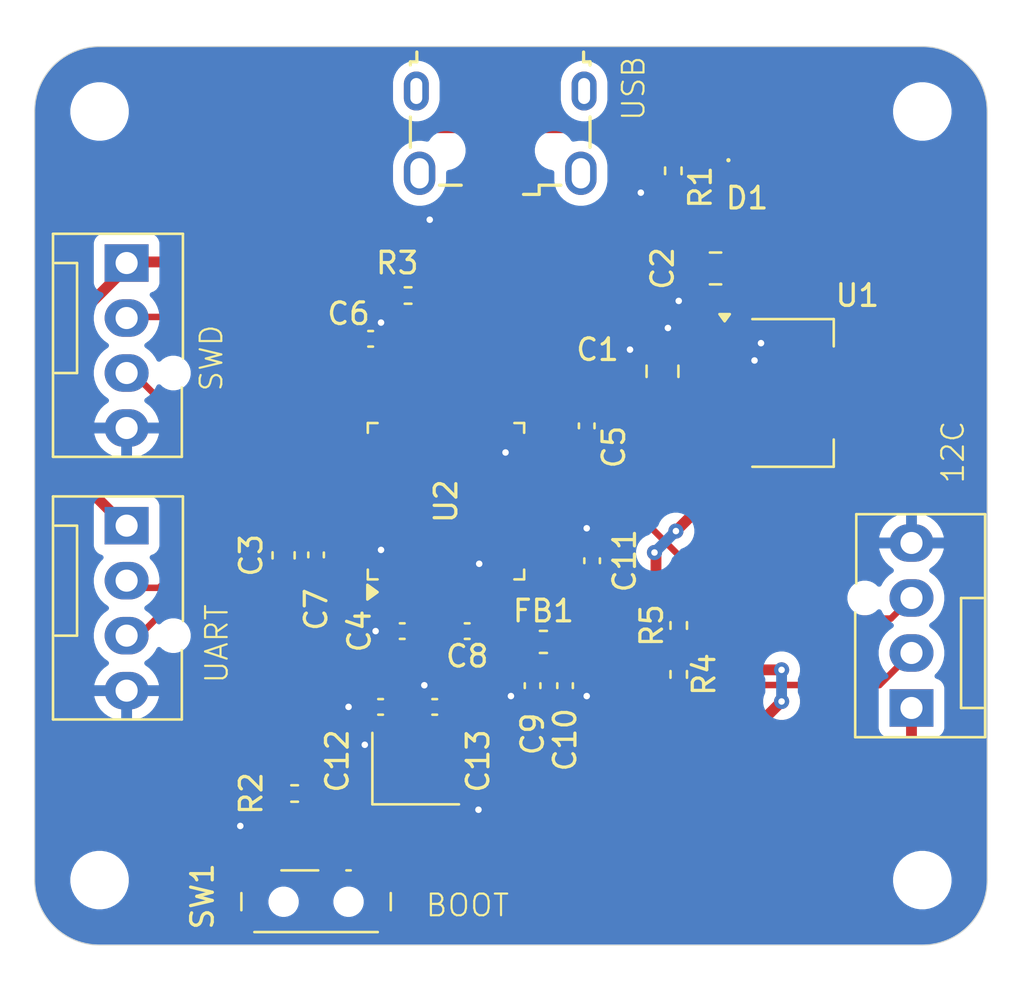
<source format=kicad_pcb>
(kicad_pcb (version 20241229) (generator "pcbnew") (generator_version "9.0")
  (layers (0 "F.Cu" signal) (2 "B.Cu" power) (13 "F.Paste" user) (15 "B.Paste" user) (5 "F.SilkS" user "F.Silkscreen") (7 "B.SilkS" user "B.Silkscreen") (1 "F.Mask" user) (3 "B.Mask" user) (25 "Edge.Cuts" user))
  (net 0 "")
  (net 1 "VBUS")
  (net 2 "GND")
  (net 3 "+3.3V")
  (net 4 "+3.3VA")
  (net 5 "/NRST")
  (net 6 "/HSE_IN ")
  (net 7 "/PWR_LED_K")
  (net 9 "/USB_D+")
  (net 10 "/USB_D-")
  (net 15 "/USART1_RX")
  (net 16 "/USART1_TX")
  (net 17 "/SWCLK")
  (net 18 "/SWDIO")
  (net 19 "/12C2_SCL")
  (net 20 "/12C2_SDA")
  (net 21 "/SW_BOOT0")
  (net 22 "/BOOT0")
  (net 50 "/HSE_OUT")
  (footprint "Resistor_SMD:R_0402_1005Metric" (layer "F.Cu") (at 117.75 42)
    (property "Reference" "R3" (at -0.5 -1.5 0) (layer "F.SilkS"))
    (property "Value" "1K5")
    (fp_line (start -0.153641 -0.38) (end 0.153641 -0.38) (stroke (width 0.12)) (layer "F.SilkS"))
    (fp_line (start -0.153641 0.38) (end 0.153641 0.38) (stroke (width 0.12)) (layer "F.SilkS"))
    (pad "1" smd roundrect (at -0.51 0) (size 0.54 0.64) (layers "F.Cu" "F.Mask" "F.Paste") (net 3 "+3.3V"))
    (pad "2" smd roundrect (at 0.51 0) (size 0.54 0.64) (layers "F.Cu" "F.Mask" "F.Paste") (net 9 "/USB_D+"))
  )
  (footprint "Resistor_SMD:R_0402_1005Metric" (layer "F.Cu") (at 130.25 57.24 90)
    (property "Reference" "R5" (at 0 -1.25 90) (layer "F.SilkS"))
    (property "Value" "1K5")
    (fp_line (start -0.153641 -0.38) (end 0.153641 -0.38) (stroke (width 0.12)) (layer "F.SilkS"))
    (fp_line (start -0.153641 0.38) (end 0.153641 0.38) (stroke (width 0.12)) (layer "F.SilkS"))
    (pad "1" smd roundrect (at -0.51 0 90) (size 0.54 0.64) (layers "F.Cu" "F.Mask" "F.Paste") (net 3 "+3.3V"))
    (pad "2" smd roundrect (at 0.51 0 90) (size 0.54 0.64) (layers "F.Cu" "F.Mask" "F.Paste") (net 20 "/12C2_SDA"))
  )
  (footprint "Connector:FanPinHeader_1x04_P2.54mm_Vertical" (layer "F.Cu") (at 141 61.05 90)
    (property "Reference" "J4")
    (property "Value" "Conn_01x04_Pin")
    (fp_line (start -1.35 -2.6) (end 4.4 -2.6) (stroke (width 0.12)) (layer "F.SilkS"))
    (fp_line (start 8.95 -2.55) (end 8.95 3.4) (stroke (width 0.12)) (layer "F.SilkS"))
    (fp_line (start 5.75 -2.55) (end 8.95 -2.55) (stroke (width 0.12)) (layer "F.SilkS"))
    (fp_line (start 5.08 2.29) (end 5.08 3.3) (stroke (width 0.12)) (layer "F.SilkS"))
    (fp_line (start 0 2.29) (end 5.08 2.29) (stroke (width 0.12)) (layer "F.SilkS"))
    (fp_line (start 0 3.3) (end 0 2.29) (stroke (width 0.12)) (layer "F.SilkS"))
    (fp_line (start 8.95 3.4) (end -1.35 3.4) (stroke (width 0.12)) (layer "F.SilkS"))
    (fp_line (start -1.35 3.4) (end -1.35 -2.6) (stroke (width 0.12)) (layer "F.SilkS"))
    (pad "" np_thru_hole circle (at 5.08 -2.16 180) (size 1.1 1.1) (drill 1.1) (layers "*.Cu" "*.Mask"))
    (pad "1" thru_hole rect (at 0 0 180) (size 2.03 1.73) (drill 1.02) (layers "*.Cu" "*.Mask") (net 3 "+3.3V"))
    (pad "2" thru_hole oval (at 2.54 0 180) (size 2.03 1.73) (drill 1.02) (layers "*.Cu" "*.Mask") (net 19 "/12C2_SCL"))
    (pad "3" thru_hole oval (at 5.08 0 180) (size 2.03 1.73) (drill 1.02) (layers "*.Cu" "*.Mask") (net 20 "/12C2_SDA"))
    (pad "4" thru_hole oval (at 7.62 0 180) (size 2.03 1.73) (drill 1.02) (layers "*.Cu" "*.Mask") (net 2 "GND"))
  )
  (footprint "Capacitor_SMD:C_0402_1005Metric" (layer "F.Cu") (at 125 60.02 -90)
    (property "Reference" "C10" (at 2.5 0 90) (layer "F.SilkS"))
    (property "Value" "1u" (hide yes))
    (fp_line (start -0.107836 0.36) (end 0.107836 0.36) (stroke (width 0.12)) (layer "F.SilkS"))
    (fp_line (start -0.107836 -0.36) (end 0.107836 -0.36) (stroke (width 0.12)) (layer "F.SilkS"))
    (pad "1" smd roundrect (at -0.48 0 270) (size 0.56 0.62) (layers "F.Cu" "F.Mask" "F.Paste") (net 3 "+3.3V"))
    (pad "2" smd roundrect (at 0.48 0 270) (size 0.56 0.62) (layers "F.Cu" "F.Mask" "F.Paste") (net 2 "GND"))
  )
  (footprint "Connector:FanPinHeader_1x04_P2.54mm_Vertical" (layer "F.Cu") (at 104.75 52.63 -90)
    (property "Reference" "J2")
    (property "Value" "Conn_01x04_Pin")
    (fp_line (start -1.35 3.4) (end -1.35 -2.6) (stroke (width 0.12)) (layer "F.SilkS"))
    (fp_line (start 8.95 3.4) (end -1.35 3.4) (stroke (width 0.12)) (layer "F.SilkS"))
    (fp_line (start 0 3.3) (end 0 2.29) (stroke (width 0.12)) (layer "F.SilkS"))
    (fp_line (start 0 2.29) (end 5.08 2.29) (stroke (width 0.12)) (layer "F.SilkS"))
    (fp_line (start 5.08 2.29) (end 5.08 3.3) (stroke (width 0.12)) (layer "F.SilkS"))
    (fp_line (start 5.75 -2.55) (end 8.95 -2.55) (stroke (width 0.12)) (layer "F.SilkS"))
    (fp_line (start 8.95 -2.55) (end 8.95 3.4) (stroke (width 0.12)) (layer "F.SilkS"))
    (fp_line (start -1.35 -2.6) (end 4.4 -2.6) (stroke (width 0.12)) (layer "F.SilkS"))
    (pad "" np_thru_hole circle (at 5.08 -2.16) (size 1.1 1.1) (drill 1.1) (layers "*.Cu" "*.Mask"))
    (pad "1" thru_hole rect (at 0 0) (size 2.03 1.73) (drill 1.02) (layers "*.Cu" "*.Mask") (net 3 "+3.3V"))
    (pad "2" thru_hole oval (at 2.54 0) (size 2.03 1.73) (drill 1.02) (layers "*.Cu" "*.Mask") (net 16 "/USART1_TX"))
    (pad "3" thru_hole oval (at 5.08 0) (size 2.03 1.73) (drill 1.02) (layers "*.Cu" "*.Mask") (net 15 "/USART1_RX"))
    (pad "4" thru_hole oval (at 7.62 0) (size 2.03 1.73) (drill 1.02) (layers "*.Cu" "*.Mask") (net 2 "GND"))
  )
  (footprint "MountingHole:MountingHole_2.2mm_M2" (layer "F.Cu") (at 141.5 33.5 90)
    (property "Reference" "H2")
    (property "Value" "MountingHole")
    (pad "" np_thru_hole circle (at 0 0 90) (size 2.2 2.2) (drill 2.2) (layers "*.Cu" "*.Mask"))
  )
  (footprint "Capacitor_SMD:C_0402_1005Metric" (layer "F.Cu") (at 116.02 44)
    (property "Reference" "C6" (at -1.02 -1.16 0) (layer "F.SilkS"))
    (property "Value" "100n" (hide yes))
    (fp_line (start -0.107836 -0.36) (end 0.107836 -0.36) (stroke (width 0.12)) (layer "F.SilkS"))
    (fp_line (start -0.107836 0.36) (end 0.107836 0.36) (stroke (width 0.12)) (layer "F.SilkS"))
    (pad "1" smd roundrect (at -0.48 0) (size 0.56 0.62) (layers "F.Cu" "F.Mask" "F.Paste") (net 3 "+3.3V"))
    (pad "2" smd roundrect (at 0.48 0) (size 0.56 0.62) (layers "F.Cu" "F.Mask" "F.Paste") (net 2 "GND"))
  )
  (footprint "LED_SMD:LED_0201_0603Metric" (layer "F.Cu") (at 133.405 35.75)
    (property "Reference" "D1" (at 0 1.75 0) (layer "F.SilkS"))
    (property "Value" "RED")
    (fp_circle (center -0.86 0) (end -0.81 0) (stroke (width 0.1)) (fill no) (layer "F.SilkS"))
    (pad "1" smd roundrect (at -0.32 0) (size 0.46 0.4) (layers "F.Cu" "F.Mask") (net 7 "/PWR_LED_K") (clearance 0.2))
    (pad "2" smd roundrect (at 0.32 0) (size 0.46 0.4) (layers "F.Cu" "F.Mask") (net 3 "+3.3V"))
  )
  (footprint "Connector_USB:USB_Micro-B_Wuerth_629105150521" (layer "F.Cu") (at 122.005 34.505 180)
    (property "Reference" "J1")
    (property "Value" "USB_B_Micro" (hide yes))
    (fp_line (start 4.15 3.3) (end 4.15 3.15) (stroke (width 0.15)) (layer "F.SilkS"))
    (fp_line (start 4.15 0.75) (end 4.15 -0.65) (stroke (width 0.15)) (layer "F.SilkS"))
    (fp_line (start 3.85 3.75) (end 3.85 3.3) (stroke (width 0.15)) (layer "F.SilkS"))
    (fp_line (start 3.85 3.3) (end 4.15 3.3) (stroke (width 0.15)) (layer "F.SilkS"))
    (fp_line (start 1.8 -2.4) (end 2.8 -2.4) (stroke (width 0.15)) (layer "F.SilkS"))
    (fp_line (start -1.075 -2.825) (end -1.8 -2.825) (stroke (width 0.15)) (layer "F.SilkS"))
    (fp_line (start -1.8 -2.4) (end -2.8 -2.4) (stroke (width 0.15)) (layer "F.SilkS"))
    (fp_line (start -1.8 -2.825) (end -1.8 -2.4) (stroke (width 0.15)) (layer "F.SilkS"))
    (fp_line (start -3.85 3.3) (end -3.85 3.75) (stroke (width 0.15)) (layer "F.SilkS"))
    (fp_line (start -4.15 3.3) (end -3.85 3.3) (stroke (width 0.15)) (layer "F.SilkS"))
    (fp_line (start -4.15 3.15) (end -4.15 3.3) (stroke (width 0.15)) (layer "F.SilkS"))
    (fp_line (start -4.15 -0.65) (end -4.15 0.75) (stroke (width 0.15)) (layer "F.SilkS"))
    (pad "" np_thru_hole oval (at -2.5 -0.8 180) (size 0.8 0.8) (drill 0.8) (layers "*.Cu" "*.Mask"))
    (pad "" np_thru_hole oval (at 2.5 -0.8 180) (size 0.8 0.8) (drill 0.8) (layers "*.Cu" "*.Mask"))
    (pad "1" smd rect (at -1.3 -1.9 180) (size 0.45 1.3) (layers "F.Cu" "F.Mask" "F.Paste") (net 1 "VBUS"))
    (pad "2" smd rect (at -0.65 -1.9 180) (size 0.45 1.3) (layers "F.Cu" "F.Mask" "F.Paste") (net 10 "/USB_D-"))
    (pad "3" smd rect (at 0 -1.9 180) (size 0.45 1.3) (layers "F.Cu" "F.Mask" "F.Paste") (net 9 "/USB_D+"))
    (pad "4" smd rect (at 0.65 -1.9 180) (size 0.45 1.3) (layers "F.Cu" "F.Mask" "F.Paste"))
    (pad "5" smd rect (at 1.3 -1.9 180) (size 0.45 1.3) (layers "F.Cu" "F.Mask" "F.Paste") (net 2 "GND"))
    (pad "6" thru_hole oval (at -3.875 1.95 180) (size 1.15 1.8) (drill oval 0.55 1.2) (property pad_prop_heatsink) (layers "*.Cu" "*.Mask"))
    (pad "6" thru_hole oval (at -3.725 -1.85 180) (size 1.45 2) (drill oval 0.85 1.4) (property pad_prop_heatsink) (layers "*.Cu" "*.Mask"))
    (pad "6" thru_hole oval (at 3.725 -1.85 180) (size 1.45 2) (drill oval 0.85 1.4) (property pad_prop_heatsink) (layers "*.Cu" "*.Mask"))
    (pad "6" thru_hole oval (at 3.875 1.95 180) (size 1.15 1.8) (drill oval 0.55 1.2) (property pad_prop_heatsink) (layers "*.Cu" "*.Mask"))
  )
  (footprint "Inductor_SMD:L_0603_1608Metric" (layer "F.Cu") (at 124 58)
    (property "Reference" "FB1" (at 0 -1.43 0) (layer "F.SilkS"))
    (property "Value" "120R" (hide yes))
    (fp_line (start -0.162779 -0.51) (end 0.162779 -0.51) (stroke (width 0.12)) (layer "F.SilkS"))
    (fp_line (start -0.162779 0.51) (end 0.162779 0.51) (stroke (width 0.12)) (layer "F.SilkS"))
    (pad "1" smd roundrect (at -0.7875 0) (size 0.875 0.95) (layers "F.Cu" "F.Mask" "F.Paste") (net 4 "+3.3VA"))
    (pad "2" smd roundrect (at 0.7875 0) (size 0.875 0.95) (layers "F.Cu" "F.Mask" "F.Paste") (net 3 "+3.3V"))
  )
  (footprint "Capacitor_SMD:C_0805_2012Metric" (layer "F.Cu") (at 129.5 45.5 90)
    (property "Reference" "C1" (at 1 -3 0) (layer "F.SilkS"))
    (property "Value" "22u")
    (fp_line (start -0.261252 -0.735) (end 0.261252 -0.735) (stroke (width 0.12)) (layer "F.SilkS"))
    (fp_line (start -0.261252 0.735) (end 0.261252 0.735) (stroke (width 0.12)) (layer "F.SilkS"))
    (pad "1" smd roundrect (at -0.95 0 90) (size 1 1.45) (layers "F.Cu" "F.Mask" "F.Paste") (net 1 "VBUS"))
    (pad "2" smd roundrect (at 0.95 0 90) (size 1 1.45) (layers "F.Cu" "F.Mask" "F.Paste") (net 2 "GND"))
  )
  (footprint "Package_TO_SOT_SMD:SOT-223-3_TabPin2" (layer "F.Cu") (at 135.5 46.5)
    (property "Reference" "U1" (at 3 -4.5 0) (layer "F.SilkS"))
    (property "Value" "AMS1117-3.3")
    (fp_line (start -1.85 -3.41) (end 1.91 -3.41) (stroke (width 0.12)) (layer "F.SilkS"))
    (fp_line (start -1.85 3.41) (end 1.91 3.41) (stroke (width 0.12)) (layer "F.SilkS"))
    (fp_line (start 1.91 -3.41) (end 1.91 -2.15) (stroke (width 0.12)) (layer "F.SilkS"))
    (fp_line (start 1.91 3.41) (end 1.91 2.15) (stroke (width 0.12)) (layer "F.SilkS"))
    (fp_poly (pts (xy -3.13 -3.31) (xy -3.37 -3.64) (xy -2.89 -3.64) (xy -3.13 -3.31)) (stroke (width 0.12)) (fill yes) (layer "F.SilkS"))
    (pad "1" smd roundrect (at -3.15 -2.3) (size 2 1.5) (layers "F.Cu" "F.Mask" "F.Paste") (net 2 "GND"))
    (pad "2" smd roundrect (at -3.15 0) (size 2 1.5) (layers "F.Cu" "F.Mask" "F.Paste") (net 3 "+3.3V"))
    (pad "2" smd roundrect (at 3.15 0) (size 2 3.8) (layers "F.Cu" "F.Mask" "F.Paste") (net 3 "+3.3V"))
    (pad "3" smd roundrect (at -3.15 2.3) (size 2 1.5) (layers "F.Cu" "F.Mask" "F.Paste") (net 1 "VBUS"))
  )
  (footprint "Package_QFP:LQFP-48_7x7mm_P0.5mm" (layer "F.Cu") (at 119.5 51.5 90)
    (property "Reference" "U2" (at 0 0 90) (layer "F.SilkS"))
    (property "Value" "STM32F103C8T6" (hide yes))
    (fp_line (start 3.61 -3.61) (end 3.61 -3.16) (stroke (width 0.12)) (layer "F.SilkS"))
    (fp_line (start 3.16 -3.61) (end 3.61 -3.61) (stroke (width 0.12)) (layer "F.SilkS"))
    (fp_line (start -3.16 -3.61) (end -3.61 -3.61) (stroke (width 0.12)) (layer "F.SilkS"))
    (fp_line (start -3.61 -3.61) (end -3.61 -3.16) (stroke (width 0.12)) (layer "F.SilkS"))
    (fp_line (start 3.61 3.61) (end 3.61 3.16) (stroke (width 0.12)) (layer "F.SilkS"))
    (fp_line (start 3.16 3.61) (end 3.61 3.61) (stroke (width 0.12)) (layer "F.SilkS"))
    (fp_line (start -3.16 3.61) (end -3.61 3.61) (stroke (width 0.12)) (layer "F.SilkS"))
    (fp_line (start -3.61 3.61) (end -3.61 3.16) (stroke (width 0.12)) (layer "F.SilkS"))
    (fp_poly (pts (xy -4.2 -3.16) (xy -4.54 -3.63) (xy -3.86 -3.63)) (stroke (width 0.12)) (fill yes) (layer "F.SilkS"))
    (pad "1" smd roundrect (at -4.1625 -2.75 90) (size 1.475 0.3) (layers "F.Cu" "F.Mask" "F.Paste") (net 3 "+3.3V"))
    (pad "2" smd roundrect (at -4.1625 -2.25 90) (size 1.475 0.3) (layers "F.Cu" "F.Mask" "F.Paste"))
    (pad "3" smd roundrect (at -4.1625 -1.75 90) (size 1.475 0.3) (layers "F.Cu" "F.Mask" "F.Paste"))
    (pad "4" smd roundrect (at -4.1625 -1.25 90) (size 1.475 0.3) (layers "F.Cu" "F.Mask" "F.Paste"))
    (pad "5" smd roundrect (at -4.1625 -0.75 90) (size 1.475 0.3) (layers "F.Cu" "F.Mask" "F.Paste") (net 6 "/HSE_IN "))
    (pad "6" smd roundrect (at -4.1625 -0.25 90) (size 1.475 0.3) (layers "F.Cu" "F.Mask" "F.Paste") (net 50 "/HSE_OUT"))
    (pad "7" smd roundrect (at -4.1625 0.25 90) (size 1.475 0.3) (layers "F.Cu" "F.Mask" "F.Paste") (net 5 "/NRST"))
    (pad "8" smd roundrect (at -4.1625 0.75 90) (size 1.475 0.3) (layers "F.Cu" "F.Mask" "F.Paste") (net 2 "GND"))
    (pad "9" smd roundrect (at -4.1625 1.25 90) (size 1.475 0.3) (layers "F.Cu" "F.Mask" "F.Paste") (net 4 "+3.3VA"))
    (pad "10" smd roundrect (at -4.1625 1.75 90) (size 1.475 0.3) (layers "F.Cu" "F.Mask" "F.Paste"))
    (pad "11" smd roundrect (at -4.1625 2.25 90) (size 1.475 0.3) (layers "F.Cu" "F.Mask" "F.Paste"))
    (pad "12" smd roundrect (at -4.1625 2.75 90) (size 1.475 0.3) (layers "F.Cu" "F.Mask" "F.Paste"))
    (pad "13" smd roundrect (at -2.75 4.1625 90) (size 0.3 1.475) (layers "F.Cu" "F.Mask" "F.Paste"))
    (pad "14" smd roundrect (at -2.25 4.1625 90) (size 0.3 1.475) (layers "F.Cu" "F.Mask" "F.Paste"))
    (pad "15" smd roundrect (at -1.75 4.1625 90) (size 0.3 1.475) (layers "F.Cu" "F.Mask" "F.Paste"))
    (pad "16" smd roundrect (at -1.25 4.1625 90) (size 0.3 1.475) (layers "F.Cu" "F.Mask" "F.Paste"))
    (pad "17" smd roundrect (at -0.75 4.1625 90) (size 0.3 1.475) (layers "F.Cu" "F.Mask" "F.Paste"))
    (pad "18" smd roundrect (at -0.25 4.1625 90) (size 0.3 1.475) (layers "F.Cu" "F.Mask" "F.Paste"))
    (pad "19" smd roundrect (at 0.25 4.1625 90) (size 0.3 1.475) (layers "F.Cu" "F.Mask" "F.Paste"))
    (pad "20" smd roundrect (at 0.75 4.1625 90) (size 0.3 1.475) (layers "F.Cu" "F.Mask" "F.Paste"))
    (pad "21" smd roundrect (at 1.25 4.1625 90) (size 0.3 1.475) (layers "F.Cu" "F.Mask" "F.Paste") (net 19 "/12C2_SCL"))
    (pad "22" smd roundrect (at 1.75 4.1625 90) (size 0.3 1.475) (layers "F.Cu" "F.Mask" "F.Paste") (net 20 "/12C2_SDA"))
    (pad "23" smd roundrect (at 2.25 4.1625 90) (size 0.3 1.475) (layers "F.Cu" "F.Mask" "F.Paste") (net 2 "GND"))
    (pad "24" smd roundrect (at 2.75 4.1625 90) (size 0.3 1.475) (layers "F.Cu" "F.Mask" "F.Paste") (net 3 "+3.3V"))
    (pad "25" smd roundrect (at 4.1625 2.75 90) (size 1.475 0.3) (layers "F.Cu" "F.Mask" "F.Paste"))
    (pad "26" smd roundrect (at 4.1625 2.25 90) (size 1.475 0.3) (layers "F.Cu" "F.Mask" "F.Paste"))
    (pad "27" smd roundrect (at 4.1625 1.75 90) (size 1.475 0.3) (layers "F.Cu" "F.Mask" "F.Paste"))
    (pad "28" smd roundrect (at 4.1625 1.25 90) (size 1.475 0.3) (layers "F.Cu" "F.Mask" "F.Paste"))
    (pad "29" smd roundrect (at 4.1625 0.75 90) (size 1.475 0.3) (layers "F.Cu" "F.Mask" "F.Paste"))
    (pad "30" smd roundrect (at 4.1625 0.25 90) (size 1.475 0.3) (layers "F.Cu" "F.Mask" "F.Paste"))
    (pad "31" smd roundrect (at 4.1625 -0.25 90) (size 1.475 0.3) (layers "F.Cu" "F.Mask" "F.Paste"))
    (pad "32" smd roundrect (at 4.1625 -0.75 90) (size 1.475 0.3) (layers "F.Cu" "F.Mask" "F.Paste") (net 10 "/USB_D-"))
    (pad "33" smd roundrect (at 4.1625 -1.25 90) (size 1.475 0.3) (layers "F.Cu" "F.Mask" "F.Paste") (net 9 "/USB_D+"))
    (pad "34" smd roundrect (at 4.1625 -1.75 90) (size 1.475 0.3) (layers "F.Cu" "F.Mask" "F.Paste") (net 18 "/SWDIO"))
    (pad "35" smd roundrect (at 4.1625 -2.25 90) (size 1.475 0.3) (layers "F.Cu" "F.Mask" "F.Paste") (net 2 "GND"))
    (pad "36" smd roundrect (at 4.1625 -2.75 90) (size 1.475 0.3) (layers "F.Cu" "F.Mask" "F.Paste") (net 3 "+3.3V"))
    (pad "37" smd roundrect (at 2.75 -4.1625 90) (size 0.3 1.475) (layers "F.Cu" "F.Mask" "F.Paste") (net 17 "/SWCLK"))
    (pad "38" smd roundrect (at 2.25 -4.1625 90) (size 0.3 1.475) (layers "F.Cu" "F.Mask" "F.Paste"))
    (pad "39" smd roundrect (at 1.75 -4.1625 90) (size 0.3 1.475) (layers "F.Cu" "F.Mask" "F.Paste"))
    (pad "40" smd roundrect (at 1.25 -4.1625 90) (size 0.3 1.475) (layers "F.Cu" "F.Mask" "F.Paste"))
    (pad "41" smd roundrect (at 0.75 -4.1625 90) (size 0.3 1.475) (layers "F.Cu" "F.Mask" "F.Paste"))
    (pad "42" smd roundrect (at 0.25 -4.1625 90) (size 0.3 1.475) (layers "F.Cu" "F.Mask" "F.Paste") (net 16 "/USART1_TX"))
    (pad "43" smd roundrect (at -0.25 -4.1625 90) (size 0.3 1.475) (layers "F.Cu" "F.Mask" "F.Paste") (net 15 "/USART1_RX"))
    (pad "44" smd roundrect (at -0.75 -4.1625 90) (size 0.3 1.475) (layers "F.Cu" "F.Mask" "F.Paste") (net 22 "/BOOT0"))
    (pad "45" smd roundrect (at -1.25 -4.1625 90) (size 0.3 1.475) (layers "F.Cu" "F.Mask" "F.Paste"))
    (pad "46" smd roundrect (at -1.75 -4.1625 90) (size 0.3 1.475) (layers "F.Cu" "F.Mask" "F.Paste"))
    (pad "47" smd roundrect (at -2.25 -4.1625 90) (size 0.3 1.475) (layers "F.Cu" "F.Mask" "F.Paste") (net 2 "GND"))
    (pad "48" smd roundrect (at -2.75 -4.1625 90) (size 0.3 1.475) (layers "F.Cu" "F.Mask" "F.Paste") (net 3 "+3.3V"))
  )
  (footprint "Capacitor_SMD:C_0402_1005Metric" (layer "F.Cu") (at 117.48 57.5 180)
    (property "Reference" "C4" (at 1.98 0 90) (layer "F.SilkS"))
    (property "Value" "100n" (hide yes))
    (fp_line (start -0.107836 0.36) (end 0.107836 0.36) (stroke (width 0.12)) (layer "F.SilkS"))
    (fp_line (start -0.107836 -0.36) (end 0.107836 -0.36) (stroke (width 0.12)) (layer "F.SilkS"))
    (pad "1" smd roundrect (at -0.48 0 180) (size 0.56 0.62) (layers "F.Cu" "F.Mask" "F.Paste") (net 3 "+3.3V"))
    (pad "2" smd roundrect (at 0.48 0 180) (size 0.56 0.62) (layers "F.Cu" "F.Mask" "F.Paste") (net 2 "GND"))
  )
  (footprint "Capacitor_SMD:C_0402_1005Metric" (layer "F.Cu") (at 126 48.02 -90)
    (property "Reference" "C5" (at 0.98 -1.25 90) (layer "F.SilkS"))
    (property "Value" "100n" (hide yes))
    (fp_line (start -0.107836 0.36) (end 0.107836 0.36) (stroke (width 0.12)) (layer "F.SilkS"))
    (fp_line (start -0.107836 -0.36) (end 0.107836 -0.36) (stroke (width 0.12)) (layer "F.SilkS"))
    (pad "1" smd roundrect (at -0.48 0 270) (size 0.56 0.62) (layers "F.Cu" "F.Mask" "F.Paste") (net 3 "+3.3V"))
    (pad "2" smd roundrect (at 0.48 0 270) (size 0.56 0.62) (layers "F.Cu" "F.Mask" "F.Paste") (net 2 "GND"))
  )
  (footprint "Resistor_SMD:R_0402_1005Metric" (layer "F.Cu") (at 130.25 59.5 -90)
    (property "Reference" "R4" (at 0 -1.17 90) (layer "F.SilkS"))
    (property "Value" "1K5")
    (fp_line (start -0.153641 0.38) (end 0.153641 0.38) (stroke (width 0.12)) (layer "F.SilkS"))
    (fp_line (start -0.153641 -0.38) (end 0.153641 -0.38) (stroke (width 0.12)) (layer "F.SilkS"))
    (pad "1" smd roundrect (at -0.51 0 270) (size 0.54 0.64) (layers "F.Cu" "F.Mask" "F.Paste") (net 3 "+3.3V"))
    (pad "2" smd roundrect (at 0.51 0 270) (size 0.54 0.64) (layers "F.Cu" "F.Mask" "F.Paste") (net 19 "/12C2_SCL"))
  )
  (footprint "Capacitor_SMD:C_0805_2012Metric" (layer "F.Cu") (at 131.95 40.75 180)
    (property "Reference" "C2" (at 2.45 0 90) (layer "F.SilkS"))
    (property "Value" "22u")
    (fp_line (start -0.261252 0.735) (end 0.261252 0.735) (stroke (width 0.12)) (layer "F.SilkS"))
    (fp_line (start -0.261252 -0.735) (end 0.261252 -0.735) (stroke (width 0.12)) (layer "F.SilkS"))
    (pad "1" smd roundrect (at -0.95 0 180) (size 1 1.45) (layers "F.Cu" "F.Mask" "F.Paste") (net 3 "+3.3V"))
    (pad "2" smd roundrect (at 0.95 0 180) (size 1 1.45) (layers "F.Cu" "F.Mask" "F.Paste") (net 2 "GND"))
  )
  (footprint "Capacitor_SMD:C_0603_1608Metric" (layer "F.Cu") (at 112 54 90)
    (property "Reference" "C3" (at 0 -1.5 90) (layer "F.SilkS"))
    (property "Value" "10u")
    (fp_line (start -0.14058 -0.51) (end 0.14058 -0.51) (stroke (width 0.12)) (layer "F.SilkS"))
    (fp_line (start -0.14058 0.51) (end 0.14058 0.51) (stroke (width 0.12)) (layer "F.SilkS"))
    (pad "1" smd roundrect (at -0.775 0 90) (size 0.9 0.95) (layers "F.Cu" "F.Mask" "F.Paste") (net 3 "+3.3V"))
    (pad "2" smd roundrect (at 0.775 0 90) (size 0.9 0.95) (layers "F.Cu" "F.Mask" "F.Paste") (net 2 "GND"))
  )
  (footprint "MountingHole:MountingHole_2.2mm_M2" (layer "F.Cu") (at 141.5 69 90)
    (property "Reference" "H1")
    (property "Value" "MountingHole")
    (pad "" np_thru_hole circle (at 0 0 90) (size 2.2 2.2) (drill 2.2) (layers "*.Cu" "*.Mask"))
  )
  (footprint "MountingHole:MountingHole_2.2mm_M2" (layer "F.Cu") (at 103.5 33.5 90)
    (property "Reference" "H3")
    (property "Value" "MountingHole")
    (pad "" np_thru_hole circle (at 0 0 90) (size 2.2 2.2) (drill 2.2) (layers "*.Cu" "*.Mask"))
  )
  (footprint "Resistor_SMD:R_0402_1005Metric" (layer "F.Cu") (at 130 36.24 -90)
    (property "Reference" "R1" (at 0.76 -1.25 90) (layer "F.SilkS"))
    (property "Value" "1K5")
    (fp_line (start -0.153641 0.38) (end 0.153641 0.38) (stroke (width 0.12)) (layer "F.SilkS"))
    (fp_line (start -0.153641 -0.38) (end 0.153641 -0.38) (stroke (width 0.12)) (layer "F.SilkS"))
    (pad "1" smd roundrect (at -0.51 0 270) (size 0.54 0.64) (layers "F.Cu" "F.Mask" "F.Paste") (net 7 "/PWR_LED_K"))
    (pad "2" smd roundrect (at 0.51 0 270) (size 0.54 0.64) (layers "F.Cu" "F.Mask" "F.Paste") (net 2 "GND"))
  )
  (footprint "Resistor_SMD:R_0402_1005Metric" (layer "F.Cu") (at 112.51 65 180)
    (property "Reference" "R2" (at 2.01 0 90) (layer "F.SilkS"))
    (property "Value" "10K")
    (fp_line (start -0.153641 0.38) (end 0.153641 0.38) (stroke (width 0.12)) (layer "F.SilkS"))
    (fp_line (start -0.153641 -0.38) (end 0.153641 -0.38) (stroke (width 0.12)) (layer "F.SilkS"))
    (pad "1" smd roundrect (at -0.51 0 180) (size 0.54 0.64) (layers "F.Cu" "F.Mask" "F.Paste") (net 21 "/SW_BOOT0"))
    (pad "2" smd roundrect (at 0.51 0 180) (size 0.54 0.64) (layers "F.Cu" "F.Mask" "F.Paste") (net 22 "/BOOT0"))
  )
  (footprint "Capacitor_SMD:C_0402_1005Metric" (layer "F.Cu") (at 113.5 53.98 90)
    (property "Reference" "C7" (at -2.52 0 90) (layer "F.SilkS"))
    (property "Value" "100n" (hide yes))
    (fp_line (start -0.107836 -0.36) (end 0.107836 -0.36) (stroke (width 0.12)) (layer "F.SilkS"))
    (fp_line (start -0.107836 0.36) (end 0.107836 0.36) (stroke (width 0.12)) (layer "F.SilkS"))
    (pad "1" smd roundrect (at -0.48 0 90) (size 0.56 0.62) (layers "F.Cu" "F.Mask" "F.Paste") (net 3 "+3.3V"))
    (pad "2" smd roundrect (at 0.48 0 90) (size 0.56 0.62) (layers "F.Cu" "F.Mask" "F.Paste") (net 2 "GND"))
  )
  (footprint "Button_Switch_SMD:SW_SPDT_PCM12" (layer "F.Cu") (at 113.5 69.67)
    (property "Reference" "SW1" (at -5.25 0.08 90) (layer "F.SilkS"))
    (property "Value" "SW_SPDT")
    (fp_line (start -3.45 -0.07) (end -3.45 0.72) (stroke (width 0.12)) (layer "F.SilkS"))
    (fp_line (start -2.85 1.73) (end 2.85 1.73) (stroke (width 0.12)) (layer "F.SilkS"))
    (fp_line (start -1.6 -1.12) (end 0.1 -1.12) (stroke (width 0.12)) (layer "F.SilkS"))
    (fp_line (start 1.4 -1.12) (end 1.6 -1.12) (stroke (width 0.12)) (layer "F.SilkS"))
    (fp_line (start 3.45 0.72) (end 3.45 -0.07) (stroke (width 0.12)) (layer "F.SilkS"))
    (pad "" smd rect (at -3.65 -0.78) (size 1 0.8) (layers "F.Cu" "F.Mask" "F.Paste"))
    (pad "" smd rect (at -3.65 1.43) (size 1 0.8) (layers "F.Cu" "F.Mask" "F.Paste"))
    (pad "" np_thru_hole circle (at -1.5 0.33) (size 0.9 0.9) (drill 0.9) (layers "*.Cu" "*.Mask"))
    (pad "" np_thru_hole circle (at 1.5 0.33) (size 0.9 0.9) (drill 0.9) (layers "*.Cu" "*.Mask"))
    (pad "" smd rect (at 3.65 -0.78) (size 1 0.8) (layers "F.Cu" "F.Mask" "F.Paste"))
    (pad "" smd rect (at 3.65 1.43) (size 1 0.8) (layers "F.Cu" "F.Mask" "F.Paste"))
    (pad "1" smd rect (at -2.25 -1.43) (size 0.7 1.5) (layers "F.Cu" "F.Mask" "F.Paste") (net 2 "GND"))
    (pad "2" smd rect (at 0.75 -1.43) (size 0.7 1.5) (layers "F.Cu" "F.Mask" "F.Paste") (net 21 "/SW_BOOT0"))
    (pad "3" smd rect (at 2.25 -1.43) (size 0.7 1.5) (layers "F.Cu" "F.Mask" "F.Paste") (net 3 "+3.3V"))
  )
  (footprint "Capacitor_SMD:C_0402_1005Metric" (layer "F.Cu") (at 120.48 57.5 180)
    (property "Reference" "C8" (at 0 -1.16 0) (layer "F.SilkS"))
    (property "Value" "10n" (hide yes))
    (fp_line (start -0.107836 0.36) (end 0.107836 0.36) (stroke (width 0.12)) (layer "F.SilkS"))
    (fp_line (start -0.107836 -0.36) (end 0.107836 -0.36) (stroke (width 0.12)) (layer "F.SilkS"))
    (pad "1" smd roundrect (at -0.48 0 180) (size 0.56 0.62) (layers "F.Cu" "F.Mask" "F.Paste") (net 4 "+3.3VA"))
    (pad "2" smd roundrect (at 0.48 0 180) (size 0.56 0.62) (layers "F.Cu" "F.Mask" "F.Paste") (net 2 "GND"))
  )
  (footprint "Capacitor_SMD:C_0402_1005Metric" (layer "F.Cu") (at 116.48 61 180)
    (property "Reference" "C12" (at 2 -2.5 90) (layer "F.SilkS"))
    (property "Value" "10P" (hide yes))
    (fp_line (start -0.107836 0.36) (end 0.107836 0.36) (stroke (width 0.12)) (layer "F.SilkS"))
    (fp_line (start -0.107836 -0.36) (end 0.107836 -0.36) (stroke (width 0.12)) (layer "F.SilkS"))
    (pad "1" smd roundrect (at -0.48 0 180) (size 0.56 0.62) (layers "F.Cu" "F.Mask" "F.Paste") (net 6 "/HSE_IN "))
    (pad "2" smd roundrect (at 0.48 0 180) (size 0.56 0.62) (layers "F.Cu" "F.Mask" "F.Paste") (net 2 "GND"))
  )
  (footprint "Capacitor_SMD:C_0402_1005Metric" (layer "F.Cu") (at 123.5 60.02 -90)
    (property "Reference" "C9" (at 2.23 0 90) (layer "F.SilkS"))
    (property "Value" "1u" (hide yes))
    (fp_line (start -0.107836 0.36) (end 0.107836 0.36) (stroke (width 0.12)) (layer "F.SilkS"))
    (fp_line (start -0.107836 -0.36) (end 0.107836 -0.36) (stroke (width 0.12)) (layer "F.SilkS"))
    (pad "1" smd roundrect (at -0.48 0 270) (size 0.56 0.62) (layers "F.Cu" "F.Mask" "F.Paste") (net 4 "+3.3VA"))
    (pad "2" smd roundrect (at 0.48 0 270) (size 0.56 0.62) (layers "F.Cu" "F.Mask" "F.Paste") (net 2 "GND"))
  )
  (footprint "Connector:FanPinHeader_1x04_P2.54mm_Vertical" (layer "F.Cu") (at 104.75 40.5 -90)
    (property "Reference" "J3")
    (property "Value" "Conn_01x04_Pin")
    (fp_line (start -1.35 3.4) (end -1.35 -2.6) (stroke (width 0.12)) (layer "F.SilkS"))
    (fp_line (start 8.95 3.4) (end -1.35 3.4) (stroke (width 0.12)) (layer "F.SilkS"))
    (fp_line (start 0 3.3) (end 0 2.29) (stroke (width 0.12)) (layer "F.SilkS"))
    (fp_line (start 0 2.29) (end 5.08 2.29) (stroke (width 0.12)) (layer "F.SilkS"))
    (fp_line (start 5.08 2.29) (end 5.08 3.3) (stroke (width 0.12)) (layer "F.SilkS"))
    (fp_line (start 5.75 -2.55) (end 8.95 -2.55) (stroke (width 0.12)) (layer "F.SilkS"))
    (fp_line (start 8.95 -2.55) (end 8.95 3.4) (stroke (width 0.12)) (layer "F.SilkS"))
    (fp_line (start -1.35 -2.6) (end 4.4 -2.6) (stroke (width 0.12)) (layer "F.SilkS"))
    (pad "" np_thru_hole circle (at 5.08 -2.16) (size 1.1 1.1) (drill 1.1) (layers "*.Cu" "*.Mask"))
    (pad "1" thru_hole rect (at 0 0) (size 2.03 1.73) (drill 1.02) (layers "*.Cu" "*.Mask") (net 3 "+3.3V"))
    (pad "2" thru_hole oval (at 2.54 0) (size 2.03 1.73) (drill 1.02) (layers "*.Cu" "*.Mask") (net 18 "/SWDIO"))
    (pad "3" thru_hole oval (at 5.08 0) (size 2.03 1.73) (drill 1.02) (layers "*.Cu" "*.Mask") (net 17 "/SWCLK"))
    (pad "4" thru_hole oval (at 7.62 0) (size 2.03 1.73) (drill 1.02) (layers "*.Cu" "*.Mask") (net 2 "GND"))
  )
  (footprint "Crystal:Crystal_SMD_3225-4Pin_3.2x2.5mm" (layer "F.Cu") (at 118.1 63.85)
    (property "Reference" "Y1" (hide yes))
    (property "Value" "16MHz" (hide yes))
    (fp_line (start -2 -1.65) (end -2 1.65) (stroke (width 0.12)) (layer "F.SilkS"))
    (fp_line (start -2 1.65) (end 2 1.65) (stroke (width 0.12)) (layer "F.SilkS"))
    (pad "1" smd rect (at -1.1 0.85) (size 1.4 1.2) (layers "F.Cu" "F.Mask" "F.Paste") (net 6 "/HSE_IN "))
    (pad "2" smd rect (at 1.1 0.85) (size 1.4 1.2) (layers "F.Cu" "F.Mask" "F.Paste") (net 2 "GND"))
    (pad "3" smd rect (at 1.1 -0.85) (size 1.4 1.2) (layers "F.Cu" "F.Mask" "F.Paste") (net 50 "/HSE_OUT"))
    (pad "4" smd rect (at -1.1 -0.85) (size 1.4 1.2) (layers "F.Cu" "F.Mask" "F.Paste") (net 2 "GND"))
  )
  (footprint "Capacitor_SMD:C_0402_1005Metric" (layer "F.Cu") (at 126.25 54.25 90)
    (property "Reference" "C11" (at 0 1.5 90) (layer "F.SilkS"))
    (property "Value" "100n")
    (fp_line (start -0.107836 -0.36) (end 0.107836 -0.36) (stroke (width 0.12)) (layer "F.SilkS"))
    (fp_line (start -0.107836 0.36) (end 0.107836 0.36) (stroke (width 0.12)) (layer "F.SilkS"))
    (pad "1" smd roundrect (at -0.48 0 90) (size 0.56 0.62) (layers "F.Cu" "F.Mask" "F.Paste") (net 5 "/NRST"))
    (pad "2" smd roundrect (at 0.48 0 90) (size 0.56 0.62) (layers "F.Cu" "F.Mask" "F.Paste") (net 2 "GND"))
  )
  (footprint "MountingHole:MountingHole_2.2mm_M2" (layer "F.Cu") (at 103.5 69 90)
    (property "Reference" "H4")
    (property "Value" "MountingHole")
    (pad "" np_thru_hole circle (at 0 0 90) (size 2.2 2.2) (drill 2.2) (layers "*.Cu" "*.Mask"))
  )
  (footprint "Capacitor_SMD:C_0402_1005Metric" (layer "F.Cu") (at 118.98 61 180)
    (property "Reference" "C13" (at -2 -2.5 90) (layer "F.SilkS"))
    (property "Value" "10P" (hide yes))
    (fp_line (start -0.107836 0.36) (end 0.107836 0.36) (stroke (width 0.12)) (layer "F.SilkS"))
    (fp_line (start -0.107836 -0.36) (end 0.107836 -0.36) (stroke (width 0.12)) (layer "F.SilkS"))
    (pad "1" smd roundrect (at -0.48 0 180) (size 0.56 0.62) (layers "F.Cu" "F.Mask" "F.Paste") (net 50 "/HSE_OUT"))
    (pad "2" smd roundrect (at 0.48 0 180) (size 0.56 0.62) (layers "F.Cu" "F.Mask" "F.Paste") (net 2 "GND"))
  )
  (gr_line (start 100.5 69) (end 100.5 33.5) (stroke (width 0.05)) (layer "Edge.Cuts"))
  (gr_line (start 144.5 69) (end 144.5 33.5) (stroke (width 0.05)) (layer "Edge.Cuts"))
  (gr_arc (start 144.5 69) (mid 143.62132 71.12132) (end 141.5 72) (stroke (width 0.05)) (layer "Edge.Cuts"))
  (gr_arc (start 100.5 33.5) (mid 101.37868 31.37868) (end 103.5 30.5) (stroke (width 0.05)) (layer "Edge.Cuts"))
  (gr_line (start 141.5 72) (end 103.5 72) (stroke (width 0.05)) (layer "Edge.Cuts"))
  (gr_arc (start 141.5 30.5) (mid 143.62132 31.37868) (end 144.5 33.5) (stroke (width 0.05)) (layer "Edge.Cuts"))
  (gr_arc (start 103.5 72) (mid 101.37868 71.12132) (end 100.5 69) (stroke (width 0.05)) (layer "Edge.Cuts"))
  (gr_line (start 141.5 30.5) (end 103.5 30.5) (stroke (width 0.05)) (layer "Edge.Cuts"))
  (gr_text "USB\n" (at 128.75 34 90) (layer "F.SilkS") (effects (font (size 1 1) (thickness 0.1)) (justify left bottom)))
  (gr_text "UART\n" (at 109.5 59.98 90) (layer "F.SilkS") (effects (font (size 1 1) (thickness 0.1)) (justify left bottom)))
  (gr_text "BOOT\n" (at 118.5 70.75 0) (layer "F.SilkS") (effects (font (size 1 1) (thickness 0.1)) (justify left bottom)))
  (gr_text "SWD\n" (at 109.25 46.5 90) (layer "F.SilkS") (effects (font (size 1 1) (thickness 0.1)) (justify left bottom)))
  (gr_text "12C\n" (at 143.5 50.75 90) (layer "F.SilkS") (effects (font (size 1 1) (thickness 0.1)) (justify left bottom)))
  (segment (start 116 63) (end 115.75 62.75) (width 0.5) (layer "F.Cu") (net 2))
  (segment (start 128.05 44.55) (end 128 44.5) (width 0.3) (layer "F.Cu") (net 2))
  (segment (start 120.25 54.5) (end 120.25 55.6625) (width 0.3) (layer "F.Cu") (net 2))
  (segment (start 116.5 44) (end 117.25 44.75) (width 0.3) (layer "F.Cu") (net 2))
  (segment (start 118.5 61) (end 118.5 60) (width 0.5) (layer "F.Cu") (net 2))
  (segment (start 129.5 44.55) (end 128.05 44.55) (width 0.3) (layer "F.Cu") (net 2))
  (segment (start 117 57.5) (end 116.25 57.5) (width 0.5) (layer "F.Cu") (net 2))
  (segment (start 131 40.75) (end 131 41.5) (width 0.3) (layer "F.Cu") (net 2))
  (segment (start 131 40.5) (end 130.95 40.5) (width 0.3) (layer "F.Cu") (net 2))
  (segment (start 120.25 55.6625) (end 120.25 57.25) (width 0.3) (layer "F.Cu") (net 2))
  (segment (start 113.75 53.75) (end 113.5 53.5) (width 0.3) (layer "F.Cu") (net 2))
  (segment (start 113.225 53.225) (end 113.5 53.5) (width 0.5) (layer "F.Cu") (net 2))
  (segment (start 131 41.5) (end 130.25 42.25) (width 0.3) (layer "F.Cu") (net 2))
  (segment (start 117.25 44.75) (end 117.25 47.3375) (width 0.3) (layer "F.Cu") (net 2))
  (segment (start 129.5 43.75) (end 129.75 43.5) (width 0.3) (layer "F.Cu") (net 2))
  (segment (start 115.3375 53.75) (end 113.75 53.75) (width 0.3) (layer "F.Cu") (net 2))
  (segment (start 120 38.5) (end 120.705 37.795) (width 0.3) (layer "F.Cu") (net 2))
  (segment (start 119.95 64.7) (end 121 65.75) (width 0.5) (layer "F.Cu") (net 2))
  (segment (start 118.75 38.5) (end 120 38.5) (width 0.3) (layer "F.Cu") (net 2))
  (segment (start 119.2 64.7) (end 119.95 64.7) (width 0.5) (layer "F.Cu") (net 2))
  (segment (start 111.25 68.24) (end 111.25 67.75) (width 0.3) (layer "F.Cu") (net 2))
  (segment (start 120.25 57.25) (end 120 57.5) (width 0.3) (layer "F.Cu") (net 2))
  (segment (start 116.5 44) (end 116.5 43.25) (width 0.3) (layer "F.Cu") (net 2))
  (segment (start 134.05 44.2) (end 132.35 44.2) (width 0.3) (layer "F.Cu") (net 2))
  (segment (start 112 53.225) (end 113.225 53.225) (width 0.5) (layer "F.Cu") (net 2))
  (segment (start 116 61) (end 115 61) (width 0.5) (layer "F.Cu") (net 2))
  (segment (start 121.034889 54.390637) (end 120.359363 54.390637) (width 0.3) (layer "F.Cu") (net 2))
  (segment (start 132.95 44.2) (end 133.75 45) (width 0.3) (layer "F.Cu") (net 2))
  (segment (start 125 60.5) (end 126 60.5) (width 0.3) (layer "F.Cu") (net 2))
  (segment (start 117 63) (end 116 63) (width 0.5) (layer "F.Cu") (net 2))
  (segment (start 129.5 44.55) (end 129.5 43.75) (width 0.3) (layer "F.Cu") (net 2))
  (segment (start 111.25 67.75) (end 110 66.5) (width 0.3) (layer "F.Cu") (net 2))
  (segment (start 126.25 53) (end 126 52.75) (width 0.3) (layer "F.Cu") (net 2))
  (segment (start 126.25 53.77) (end 126.25 53) (width 0.3) (layer "F.Cu") (net 2))
  (segment (start 115.3375 53.75) (end 116.5 53.75) (width 0.3) (layer "F.Cu") (net 2))
  (segment (start 123.5 60.5) (end 122.5 60.5) (width 0.3) (layer "F.Cu") (net 2))
  (segment (start 132.35 44.2) (end 132.95 44.2) (width 0.3) (layer "F.Cu") (net 2))
  (segment (start 125.25 49.25) (end 126 48.5) (width 0.3) (layer "F.Cu") (net 2))
  (segment (start 123.6625 49.25) (end 125.25 49.25) (width 0.3) (layer "F.Cu") (net 2))
  (segment (start 130 36.75) (end 129.5 37.25) (width 0.3) (layer "F.Cu") (net 2))
  (segment (start 120.705 37.795) (end 120.705 36.655) (width 0.3) (layer "F.Cu") (net 2))
  (segment (start 120.359363 54.390637) (end 120.25 54.5) (width 0.3) (layer "F.Cu") (net 2))
  (segment (start 129.5 37.25) (end 128.5 37.25) (width 0.3) (layer "F.Cu") (net 2))
  (segment (start 123.6625 49.25) (end 122.25 49.25) (width 0.3) (layer "F.Cu") (net 2))
  (via (at 115 61) (size 0.7) (drill 0.3) (layers "F.Cu" "B.Cu") (net 2))
  (via (at 128.5 37.25) (size 0.7) (drill 0.3) (layers "F.Cu" "B.Cu") (net 2))
  (via (at 126 52.75) (size 0.7) (drill 0.3) (layers "F.Cu" "B.Cu") (net 2))
  (via (at 121.034889 54.390637) (size 0.7) (drill 0.3) (layers "F.Cu" "B.Cu") (net 2))
  (via (at 130.25 42.25) (size 0.7) (drill 0.3) (layers "F.Cu" "B.Cu") (net 2))
  (via (at 122.5 60.5) (size 0.7) (drill 0.3) (layers "F.Cu" "B.Cu") (net 2))
  (via (at 118.75 38.5) (size 0.7) (drill 0.3) (layers "F.Cu" "B.Cu") (net 2))
  (via (at 116.25 57.5) (size 0.7) (drill 0.3) (layers "F.Cu" "B.Cu") (net 2))
  (via (at 110 66.5) (size 0.7) (drill 0.3) (layers "F.Cu" "B.Cu") (net 2))
  (via (at 134.05 44.2) (size 0.7) (drill 0.3) (layers "F.Cu" "B.Cu") (net 2))
  (via (at 126 60.5) (size 0.7) (drill 0.3) (layers "F.Cu" "B.Cu") (net 2))
  (via (at 115.75 62.75) (size 0.7) (drill 0.3) (layers "F.Cu" "B.Cu") (net 2))
  (via (at 116.5 43.25) (size 0.7) (drill 0.3) (layers "F.Cu" "B.Cu") (net 2))
  (via (at 129.75 43.5) (size 0.7) (drill 0.3) (layers "F.Cu" "B.Cu") (net 2))
  (via (at 133.75 45) (size 0.7) (drill 0.3) (layers "F.Cu" "B.Cu") (net 2))
  (via (at 128 44.5) (size 0.7) (drill 0.3) (layers "F.Cu" "B.Cu") (net 2))
  (via (at 122.25 49.25) (size 0.7) (drill 0.3) (layers "F.Cu" "B.Cu") (net 2))
  (via (at 121 65.75) (size 0.7) (drill 0.3) (layers "F.Cu" "B.Cu") (net 2))
  (via (at 116.5 53.75) (size 0.7) (drill 0.3) (layers "F.Cu" "B.Cu") (net 2))
  (via (at 118.5 60) (size 0.7) (drill 0.3) (layers "F.Cu" "B.Cu") (net 2))
  (segment (start 130.625 65.125) (end 132.625 63.125) (width 0.5) (layer "F.Cu") (net 3))
  (segment (start 115.54 44) (end 115.54 46.1275) (width 0.3) (layer "F.Cu") (net 3))
  (segment (start 124.8725 47.54) (end 126 47.54) (width 0.3) (layer "F.Cu") (net 3))
  (segment (start 141 51) (end 141 41) (width 0.5) (layer "F.Cu") (net 3))
  (segment (start 124.7875 58) (end 130.625 63.8375) (width 0.5) (layer "F.Cu") (net 3))
  (segment (start 116.998466 56.751) (end 116.75 56.502534) (width 0.3) (layer "F.Cu") (net 3))
  (segment (start 125 59.54) (end 125 58.2125) (width 0.5) (layer "F.Cu") (net 3))
  (segment (start 135 60.75) (end 132.625 63.125) (width 0.5) (layer "F.Cu") (net 3))
  (segment (start 117.96 57.5) (end 117.96 56.96) (width 0.3) (layer "F.Cu") (net 3))
  (segment (start 116.75 56.502534) (end 116.75 55.6625) (width 0.3) (layer "F.Cu") (net 3))
  (segment (start 117.24 42) (end 116.75 42) (width 0.5) (layer "F.Cu") (net 3))
  (segment (start 133.725 35.975) (end 135.7 37.95) (width 0.3) (layer "F.Cu") (net 3))
  (segment (start 130.25 58.99) (end 130.25 57.75) (width 0.5) (layer "F.Cu") (net 3))
  (segment (start 117.751 56.751) (end 116.998466 56.751) (width 0.3) (layer "F.Cu") (net 3))
  (segment (start 137 51) (end 141 51) (width 0.5) (layer "F.Cu") (net 3))
  (segment (start 141 41) (end 136.5 36.5) (width 0.5) (layer "F.Cu") (net 3))
  (segment (start 112.3375 55.6625) (end 112 56) (width 0.3) (layer "F.Cu") (net 3))
  (segment (start 115.723472 66.551) (end 129.199 66.551) (width 0.5) (layer "F.Cu") (net 3))
  (segment (start 117.96 56.96) (end 117.751 56.751) (width 0.3) (layer "F.Cu") (net 3))
  (segment (start 116.75 42) (end 116 41.25) (width 0.5) (layer "F.Cu") (net 3))
  (segment (start 112 56) (end 112 54.775) (width 0.5) (layer "F.Cu") (net 3))
  (segment (start 141 63.75) (end 133.25 63.75) (width 0.5) (layer "F.Cu") (net 3))
  (segment (start 136 35.25) (end 136.25 35.5) (width 0.5) (layer "F.Cu") (net 3))
  (segment (start 105 52.96) (end 102.25 50.21) (width 0.5) (layer "F.Cu") (net 3))
  (segment (start 129.200029 56.950029) (end 129.200029 53.799971) (width 0.5) (layer "F.Cu") (net 3))
  (segment (start 130.625 63.8375) (end 130.625 65.125) (width 0.5) (layer "F.Cu") (net 3))
  (segment (start 123.6625 48.75) (end 124.8725 47.54) (width 0.3) (layer "F.Cu") (net 3))
  (segment (start 129.200029 53.799971) (end 129.130025 53.869975) (width 0.5) (layer "F.Cu") (net 3))
  (segment (start 112 54.775) (end 113.185 54.775) (width 0.5) (layer "F.Cu") (net 3))
  (segment (start 115.54 44) (end 115.54 41.71) (width 0.3) (layer "F.Cu") (net 3))
  (segment (start 111 59) (end 112 58) (width 0.5) (layer "F.Cu") (net 3))
  (segment (start 116 41.25) (end 112.625 37.875) (width 0.5) (layer "F.Cu") (net 3))
  (segment (start 115.461236 66.288764) (end 115.723472 66.551) (width 0.5) (layer "F.Cu") (net 3))
  (segment (start 115.54 46.1275) (end 116.75 47.3375) (width 0.3) (layer "F.Cu") (net 3))
  (segment (start 115.54 41.71) (end 116 41.25) (width 0.3) (layer "F.Cu") (net 3))
  (segment (start 136.5 36.5) (end 136.5 35.75) (width 0.5) (layer "F.Cu") (net 3))
  (segment (start 102.25 50.21) (end 102.25 43.2) (width 0.5) (layer "F.Cu") (net 3))
  (segment (start 125 58.2125) (end 124.7875 58) (width 0.5) (layer "F.Cu") (net 3))
  (segment (start 112.625 37.875) (end 116.25 34.25) (width 0.5) (layer "F.Cu") (net 3))
  (segment (start 135 59.29) (end 130.55 59.29) (width 0.5) (layer "F.Cu") (net 3))
  (segment (start 110.05 40.45) (end 112.625 37.875) (width 0.5) (layer "F.Cu") (net 3))
  (segment (start 113.71 54.25) (end 113.5 54.46) (width 0.3) (layer "F.Cu") (net 3))
  (segment (start 112 58) (end 112 56) (width 0.5) (layer "F.Cu") (net 3))
  (segment (start 102.25 43.2) (end 105 40.45) (width 0.5) (layer "F.Cu") (net 3))
  (segment (start 130.55 59.29) (end 130.25 58.99) (width 0.5) (layer "F.Cu") (net 3))
  (segment (start 111.672472 62.5) (end 111 62.5) (width 0.5) (layer "F.Cu") (net 3))
  (segment (start 130.119975 52.880025) (end 131 52) (width 0.5) (layer "F.Cu") (net 3))
  (segment (start 127.29 47.54) (end 131.75 52) (width 0.5) (layer "F.Cu") (net 3))
  (segment (start 105 40.45) (end 110.05 40.45) (width 0.5) (layer "F.Cu") (net 3))
  (segment (start 136.25 35.5) (end 136.5 35.75) (width 0.5) (layer "F.Cu") (net 3))
  (segment (start 116.25 34.25) (end 135 34.25) (width 0.5) (layer "F.Cu") (net 3))
  (segment (start 116.75 55.6625) (end 112.3375 55.6625) (width 0.3) (layer "F.Cu") (net 3))
  (segment (start 115.461236 66.288764) (end 111.672472 62.5) (width 0.5) (layer "F.Cu") (net 3))
  (segment (start 136.5 37.15) (end 136.5 36.5) (width 0.5) (layer "F.Cu") (net 3))
  (segment (start 136 52) (end 137 51) (width 0.5) (layer "F.Cu") (net 3))
  (segment (start 131 52) (end 131.75 52) (width 0.5) (layer "F.Cu") (net 3))
  (segment (start 115.75 68.24) (end 115.75 66.577528) (width 0.5) (layer "F.Cu") (net 3))
  (segment (start 126 47.54) (end 127.29 47.54) (width 0.5) (layer "F.Cu") (net 3))
  (segment (start 130.25 57.75) (end 130 57.75) (width 0.5) (layer "F.Cu") (net 3))
  (segment (start 135.7 37.95) (end 136.5 37.15) (width 0.5) (layer "F.Cu") (net 3))
  (segment (start 113.185 54.775) (end 113.5 54.46) (width 0.5) (layer "F.Cu") (net 3))
  (segment (start 132.9 40.75) (end 135.7 37.95) (width 0.5) (layer "F.Cu") (net 3))
  (segment (start 131.75 52) (end 136 52) (width 0.5) (layer "F.Cu") (net 3))
  (segment (start 133.725 35.75) (end 133.725 35.975) (width 0.3) (layer "F.Cu") (net 3))
  (segment (start 133.25 63.75) (end 132.625 63.125) (width 0.5) (layer "F.Cu") (net 3))
  (segment (start 135 34.25) (end 136 35.25) (width 0.5) (layer "F.Cu") (net 3))
  (segment (start 129.199 66.551) (end 130.625 65.125) (width 0.5) (layer "F.Cu") (net 3))
  (segment (start 130 57.75) (end 129.200029 56.950029) (width 0.5) (layer "F.Cu") (net 3))
  (segment (start 115.3375 54.25) (end 113.71 54.25) (width 0.3) (layer "F.Cu") (net 3))
  (segment (start 141 61.05) (end 141 63.75) (width 0.5) (layer "F.Cu") (net 3))
  (segment (start 111 62.5) (end 111 59) (width 0.5) (layer "F.Cu") (net 3))
  (segment (start 115.75 66.577528) (end 115.461236 66.288764) (width 0.5) (layer "F.Cu") (net 3))
  (via (at 135 60.75) (size 0.7) (drill 0.3) (layers "F.Cu" "B.Cu") (net 3))
  (via (at 129.130025 53.869975) (size 0.7) (drill 0.3) (layers "F.Cu" "B.Cu") (net 3))
  (via (at 130.119975 52.880025) (size 0.7) (drill 0.3) (layers "F.Cu" "B.Cu") (net 3))
  (via (at 135 59.29) (size 0.7) (drill 0.3) (layers "F.Cu" "B.Cu") (net 3))
  (segment (start 129.130025 53.869975) (end 130.119975 52.880025) (width 0.5) (layer "B.Cu") (net 3))
  (segment (start 135 59.29) (end 135 60.75) (width 0.5) (layer "B.Cu") (net 3))
  (segment (start 120.75 55.6625) (end 120.75 57.29) (width 0.3) (layer "F.Cu") (net 4))
  (segment (start 123.04 59.54) (end 123.5 59.54) (width 0.3) (layer "F.Cu") (net 4))
  (segment (start 123.5 58.2875) (end 123.2125 58) (width 0.3) (layer "F.Cu") (net 4))
  (segment (start 120.75 57.29) (end 120.96 57.5) (width 0.3) (layer "F.Cu") (net 4))
  (segment (start 121 57.5) (end 123.04 59.54) (width 0.3) (layer "F.Cu") (net 4))
  (segment (start 120.96 57.5) (end 121 57.5) (width 0.3) (layer "F.Cu") (net 4))
  (segment (start 123.5 59.54) (end 123.5 58.2875) (width 0.3) (layer "F.Cu") (net 4))
  (segment (start 119.75 55.6625) (end 119.75 53.75) (width 0.3) (layer "F.Cu") (net 5))
  (segment (start 126.229 54.751) (end 126.25 54.73) (width 0.3) (layer "F.Cu") (net 5))
  (segment (start 120.5 53) (end 121 53) (width 0.3) (layer "F.Cu") (net 5))
  (segment (start 119.75 53.75) (end 120.5 53) (width 0.3) (layer "F.Cu") (net 5))
  (segment (start 121 53) (end 122.751 54.751) (width 0.3) (layer "F.Cu") (net 5))
  (segment (start 122.751 54.751) (end 126.229 54.751) (width 0.3) (layer "F.Cu") (net 5))
  (segment (start 116.96 59.54) (end 116.96 61) (width 0.3) (layer "F.Cu") (net 6))
  (segment (start 117 64.7) (end 117.05 64.75) (width 0.3) (layer "F.Cu") (net 6))
  (segment (start 118.051 62.091) (end 118.051 63.951) (width 0.3) (layer "F.Cu") (net 6))
  (segment (start 117.302 64.7) (end 117 64.7) (width 0.3) (layer "F.Cu") (net 6))
  (segment (start 116.96 61) (end 118.051 62.091) (width 0.3) (layer "F.Cu") (net 6))
  (segment (start 118.75 55.6625) (end 118.75 57.75) (width 0.3) (layer "F.Cu") (net 6))
  (segment (start 118.75 57.75) (end 116.96 59.54) (width 0.3) (layer "F.Cu") (net 6))
  (segment (start 118.051 63.951) (end 117.302 64.7) (width 0.3) (layer "F.Cu") (net 6))
  (segment (start 133.085 35.75) (end 130.02 35.75) (width 0.3) (layer "F.Cu") (net 7))
  (segment (start 130.02 35.75) (end 130 35.73) (width 0.3) (layer "F.Cu") (net 7))
  (segment (start 118.26 41.1) (end 122.005 37.355) (width 0.3) (layer "F.Cu") (net 9))
  (segment (start 118.26 41.1) (end 118.26 42) (width 0.3) (layer "F.Cu") (net 9))
  (segment (start 118.25 42.01) (end 118.26 42) (width 0.3) (layer "F.Cu") (net 9))
  (segment (start 122.005 37.355) (end 122.005 36.405) (width 0.3) (layer "F.Cu") (net 9))
  (segment (start 118.25 47.3375) (end 118.25 42.01) (width 0.3) (layer "F.Cu") (net 9))
  (segment (start 118.725 46.206249) (end 118.725 41.398368) (width 0.2) (layer "F.Cu") (net 10))
  (segment (start 122.531 37.592368) (end 122.531 36.779) (width 0.2) (layer "F.Cu") (net 10))
  (segment (start 118.75 47.3375) (end 118.75 46.231249) (width 0.2) (layer "F.Cu") (net 10))
  (segment (start 118.75 46.231249) (end 118.725 46.206249) (width 0.2) (layer "F.Cu") (net 10))
  (segment (start 118.725 41.398368) (end 122.531 37.592368) (width 0.2) (layer "F.Cu") (net 10))
  (segment (start 122.531 36.779) (end 122.655 36.655) (width 0.2) (layer "F.Cu") (net 10))
  (segment (start 109.25 53.79) (end 105 58.04) (width 0.3) (layer "F.Cu") (net 15))
  (segment (start 109.25 51.75) (end 109.25 53.79) (width 0.3) (layer "F.Cu") (net 15))
  (segment (start 115.3375 51.75) (end 109.25 51.75) (width 0.3) (layer "F.Cu") (net 15))
  (segment (start 109 51.25) (end 108.75 51.5) (width 0.3) (layer "F.Cu") (net 16))
  (segment (start 108.75 53) (end 106.25 55.5) (width 0.3) (layer "F.Cu") (net 16))
  (segment (start 106.25 55.5) (end 105 55.5) (width 0.3) (layer "F.Cu") (net 16))
  (segment (start 108.75 51.5) (end 108.75 53) (width 0.3) (layer "F.Cu") (net 16))
  (segment (start 115.3375 51.25) (end 109 51.25) (width 0.3) (layer "F.Cu") (net 16))
  (segment (start 115.3375 48.75) (end 108.22 48.75) (width 0.3) (layer "F.Cu") (net 17))
  (segment (start 108.22 48.75) (end 105 45.53) (width 0.3) (layer "F.Cu") (net 17))
  (segment (start 110.919534 42.99) (end 105 42.99) (width 0.3) (layer "F.Cu") (net 18))
  (segment (start 117.75 48.75) (end 116.679534 48.75) (width 0.3) (layer "F.Cu") (net 18))
  (segment (start 117.75 47.3375) (end 117.75 48.75) (width 0.3) (layer "F.Cu") (net 18))
  (segment (start 116.679534 48.75) (end 110.919534 42.99) (width 0.3) (layer "F.Cu") (net 18))
  (segment (start 125.5 50.25) (end 127.75 52.5) (width 0.3) (layer "F.Cu") (net 19))
  (segment (start 139.52 59.99) (end 141 58.51) (width 0.3) (layer "F.Cu") (net 19))
  (segment (start 127.75 52.5) (end 127.75 57.49) (width 0.3) (layer "F.Cu") (net 19))
  (segment (start 123.6625 50.25) (end 125.5 50.25) (width 0.3) (layer "F.Cu") (net 19))
  (segment (start 127.75 57.49) (end 130.25 59.99) (width 0.3) (layer "F.Cu") (net 19))
  (segment (start 130.25 59.99) (end 139.52 59.99) (width 0.3) (layer "F.Cu") (net 19))
  (segment (start 130.25 56.73) (end 130.441 56.921) (width 0.3) (layer "F.Cu") (net 20))
  (segment (start 130.25 54) (end 130.25 56.73) (width 0.3) (layer "F.Cu") (net 20))
  (segment (start 123.6625 49.75) (end 126 49.75) (width 0.3) (layer "F.Cu") (net 20))
  (segment (start 140.049 56.921) (end 141 55.97) (width 0.3) (layer "F.Cu") (net 20))
  (segment (start 130.441 56.921) (end 140.049 56.921) (width 0.3) (layer "F.Cu") (net 20))
  (segment (start 126 49.75) (end 130.25 54) (width 0.3) (layer "F.Cu") (net 20))
  (segment (start 114.25 68.24) (end 113.02 67.01) (width 0.3) (layer "F.Cu") (net 21))
  (segment (start 113.02 67.01) (end 113.02 65) (width 0.3) (layer "F.Cu") (net 21))
  (segment (start 110.75 52.25) (end 110.25 52.75) (width 0.3) (layer "F.Cu") (net 22))
  (segment (start 112 64.5) (end 112 65) (width 0.3) (layer "F.Cu") (net 22))
  (segment (start 115.3375 52.25) (end 110.75 52.25) (width 0.3) (layer "F.Cu") (net 22))
  (segment (start 110.25 62.75) (end 112 64.5) (width 0.3) (layer "F.Cu") (net 22))
  (segment (start 110.25 52.75) (end 110.25 62.75) (width 0.3) (layer "F.Cu") (net 22))
  (segment (start 119.46 59.46) (end 119.46 61) (width 0.3) (layer "F.Cu") (net 50))
  (segment (start 119.25 59.25) (end 119.46 59.46) (width 0.3) (layer "F.Cu") (net 50))
  (segment (start 119.25 55.6625) (end 119.25 59.25) (width 0.3) (layer "F.Cu") (net 50))
  (segment (start 119.2 63) (end 119.2 61.26) (width 0.3) (layer "F.Cu") (net 50))
  (segment (start 119.2 61.26) (end 119.46 61) (width 0.3) (layer "F.Cu") (net 50))
  (zone (net 1) (net_name "VBUS") (layer "F.Cu") (priority 2) (connect_pads yes (clearance 0.3)) (min_thickness 0.25) (fill yes (thermal_gap 0.5) (thermal_bridge_width 0.5))
    (polygon (pts (xy 123 35.75) (xy 123.75 35.75) (xy 123.75 45.75) (xy 130.75 45.75) (xy 130.75 47.75) (xy 133.5 47.75) (xy 133.5 50) (xy 130.75 50) (xy 128 46.5) (xy 123 46.5)))
  )
  (zone (net 3) (net_name "+3.3V") (layer "F.Cu") (priority 3) (connect_pads yes (clearance 0.3)) (min_thickness 0.25) (fill yes (thermal_gap 0.5) (thermal_bridge_width 0.5))
    (polygon (pts (xy 131 47.5) (xy 136.5 47.5) (xy 137 48.75) (xy 140 48.75) (xy 140 44.25) (xy 137 44.25) (xy 137 39.25) (xy 132.25 39.25) (xy 132.25 41.75) (xy 135.5 41.75) (xy 135.5 45.75) (xy 131 45.75)))
  )
  (zone (net 2) (net_name "GND") (layer "F.Cu") (priority 1) (connect_pads yes (clearance 0.3)) (min_thickness 0.25) (fill yes (thermal_gap 0.5) (thermal_bridge_width 0.5))
    (polygon (pts (xy 127.5 45.5) (xy 134.5 45.5) (xy 134.5 42) (xy 132 42) (xy 132 39) (xy 127.5 39)))
  )
  (zone (net 2) (net_name "GND") (layer "B.Cu") (connect_pads (clearance 0.5)) (min_thickness 0.25) (fill yes (thermal_gap 0.5) (thermal_bridge_width 0.5))
    (polygon (pts (xy 99.75 72.75) (xy 99.75 29.75) (xy 145.5 29.75) (xy 145.5 72.75)))
  )
)
</source>
